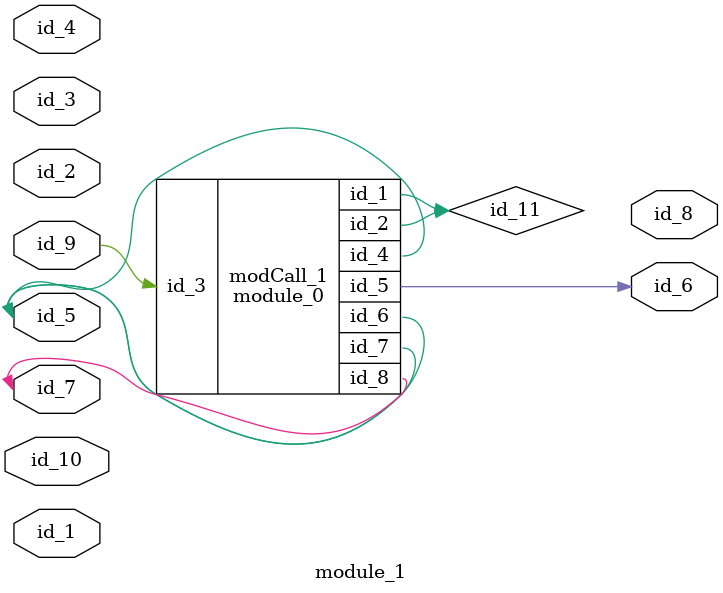
<source format=v>
module module_0 (
    id_1,
    id_2,
    id_3,
    id_4,
    id_5,
    id_6,
    id_7,
    id_8
);
  output wire id_8;
  output wire id_7;
  output wire id_6;
  output wire id_5;
  inout wire id_4;
  input wire id_3;
  inout wire id_2;
  inout wire id_1;
  assign id_2 = id_2;
  wire id_9;
  wire id_10;
  always if (id_4);
  assign id_2 = id_4;
  assign id_8 = 'b0;
endmodule
module module_1 (
    id_1,
    id_2,
    id_3,
    id_4,
    id_5,
    id_6,
    id_7,
    id_8,
    id_9,
    id_10
);
  input wire id_10;
  inout wire id_9;
  output wire id_8;
  inout wire id_7;
  output wire id_6;
  inout wire id_5;
  input wire id_4;
  input wire id_3;
  input wire id_2;
  inout wire id_1;
  wire id_11, id_12;
  module_0 modCall_1 (
      id_11,
      id_11,
      id_9,
      id_5,
      id_6,
      id_5,
      id_5,
      id_7
  );
endmodule

</source>
